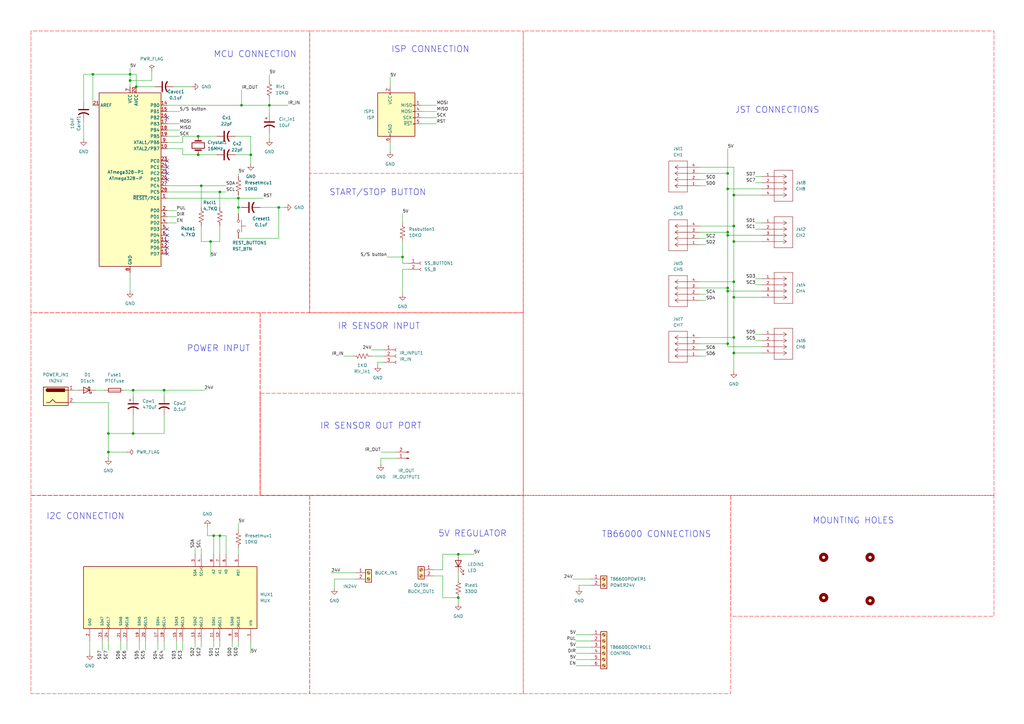
<source format=kicad_sch>
(kicad_sch (version 20250114) (generator "eeschema") (generator_version "9.0")
  (paper "A3")
  (text "JST CONNECTIONS" (at 318.77 45.212 0) (effects (font (size 2.54 2.54))))
  (text "ISP CONNECTION\n" (at 176.53 20.32 0) (effects (font (size 2.54 2.54))))
  (text "MCU CONNECTION\n" (at 104.648 22.352 0) (effects (font (size 2.54 2.54))))
  (text "5V REGULATOR\n" (at 193.802 218.948 0) (effects (font (size 2.54 2.54))))
  (text "I2C CONNECTION\n" (at 35.052 211.836 0) (effects (font (size 2.54 2.54))))
  (text "TB66000 CONNECTIONS" (at 269.24 219.202 0) (effects (font (size 2.54 2.54))))
  (text "START/STOP BUTTON\n" (at 154.94 78.994 0) (effects (font (size 2.54 2.54))))
  (text "MOUNTING HOLES\n" (at 350.012 213.614 0) (effects (font (size 2.54 2.54))))
  (text "IR SENSOR INPUT" (at 155.448 133.858 0) (effects (font (size 2.54 2.54))))
  (text "POWER INPUT\n" (at 89.662 143.002 0) (effects (font (size 2.54 2.54))))
  (text "IR SENSOR OUT PORT\n" (at 152.146 174.752 0) (effects (font (size 2.54 2.54))))
  (junction (at 298.45 118.11))
  (junction (at 187.96 227.33))
  (junction (at 54.61 177.8))
  (junction (at 44.45 177.8))
  (junction (at 44.45 185.42))
  (junction (at 298.45 71.12))
  (junction (at 53.34 33.02))
  (junction (at 97.79 81.28))
  (junction (at 298.45 119.38))
  (junction (at 86.36 99.06))
  (junction (at 102.87 63.5))
  (junction (at 187.96 245.11))
  (junction (at 81.28 63.5))
  (junction (at 90.17 219.71))
  (junction (at 300.99 121.92))
  (junction (at 300.99 92.71))
  (junction (at 87.63 219.71))
  (junction (at 300.99 99.06))
  (junction (at 298.45 95.25))
  (junction (at 90.17 78.74))
  (junction (at 110.49 43.18))
  (junction (at 298.45 140.97))
  (junction (at 55.88 35.56))
  (junction (at 165.1 105.41))
  (junction (at 300.99 138.43))
  (junction (at 99.06 43.18))
  (junction (at 54.61 160.02))
  (junction (at 300.99 80.01))
  (junction (at 67.31 160.02))
  (junction (at 82.55 76.2))
  (junction (at 38.1 30.48))
  (junction (at 298.45 96.52))
  (junction (at 300.99 115.57))
  (junction (at 53.34 30.48))
  (junction (at 114.3 85.09))
  (junction (at 81.28 55.88))
  (junction (at 97.79 85.09))
  (junction (at 298.45 77.47))
  (junction (at 300.99 144.78))
  (no_connect (at 68.58 48.26))
  (no_connect (at 68.58 68.58))
  (no_connect (at 68.58 99.06))
  (no_connect (at 68.58 71.12))
  (no_connect (at 68.58 93.98))
  (no_connect (at 68.58 66.04))
  (no_connect (at 68.58 104.14))
  (no_connect (at 68.58 96.52))
  (no_connect (at 68.58 73.66))
  (no_connect (at 68.58 101.6))
  (wire (pts (xy 68.58 76.2) (xy 82.55 76.2)))
  (wire (pts (xy 287.02 73.66) (xy 289.56 73.66)))
  (wire (pts (xy 106.68 85.09) (xy 114.3 85.09)))
  (wire (pts (xy 68.58 50.8) (xy 73.66 50.8)))
  (wire (pts (xy 165.1 87.63) (xy 165.1 91.44)))
  (wire (pts (xy 52.07 262.89) (xy 52.07 266.7)))
  (wire (pts (xy 44.45 185.42) (xy 44.45 187.96)))
  (wire (pts (xy 97.79 224.79) (xy 97.79 227.33)))
  (wire (pts (xy 312.42 119.38) (xy 298.45 119.38)))
  (wire (pts (xy 110.49 40.64) (xy 110.49 43.18)))
  (wire (pts (xy 237.49 240.03) (xy 242.57 240.03)))
  (wire (pts (xy 287.02 146.05) (xy 289.56 146.05)))
  (wire (pts (xy 287.02 95.25) (xy 298.45 95.25)))
  (wire (pts (xy 309.88 137.16) (xy 312.42 137.16)))
  (wire (pts (xy 152.4 146.05) (xy 157.48 146.05)))
  (wire (pts (xy 312.42 99.06) (xy 300.99 99.06)))
  (wire (pts (xy 300.99 68.58) (xy 300.99 80.01)))
  (wire (pts (xy 298.45 140.97) (xy 298.45 119.38)))
  (wire (pts (xy 298.45 60.96) (xy 298.45 71.12)))
  (wire (pts (xy 82.55 76.2) (xy 82.55 85.09)))
  (wire (pts (xy 97.79 71.12) (xy 97.79 72.39)))
  (wire (pts (xy 74.93 55.88) (xy 81.28 55.88)))
  (wire (pts (xy 85.09 219.71) (xy 85.09 215.9)))
  (wire (pts (xy 68.58 43.18) (xy 99.06 43.18)))
  (wire (pts (xy 38.1 30.48) (xy 53.34 30.48)))
  (wire (pts (xy 90.17 262.89) (xy 90.17 265.43)))
  (wire (pts (xy 53.34 111.76) (xy 53.34 119.38)))
  (wire (pts (xy 54.61 160.02) (xy 54.61 162.56)))
  (wire (pts (xy 236.22 267.97) (xy 242.57 267.97)))
  (wire (pts (xy 287.02 97.79) (xy 289.56 97.79)))
  (wire (pts (xy 86.36 99.06) (xy 86.36 105.41)))
  (wire (pts (xy 96.52 63.5) (xy 102.87 63.5)))
  (wire (pts (xy 87.63 227.33) (xy 87.63 219.71)))
  (wire (pts (xy 298.45 71.12) (xy 298.45 77.47)))
  (wire (pts (xy 95.25 262.89) (xy 95.25 265.43)))
  (wire (pts (xy 237.49 241.3) (xy 237.49 240.03)))
  (wire (pts (xy 49.53 262.89) (xy 49.53 266.7)))
  (wire (pts (xy 97.79 80.01) (xy 97.79 81.28)))
  (wire (pts (xy 82.55 262.89) (xy 82.55 265.43)))
  (wire (pts (xy 90.17 78.74) (xy 92.71 78.74)))
  (wire (pts (xy 300.99 144.78) (xy 300.99 152.4)))
  (wire (pts (xy 53.34 33.02) (xy 53.34 35.56)))
  (wire (pts (xy 59.69 262.89) (xy 59.69 266.7)))
  (wire (pts (xy 90.17 219.71) (xy 92.71 219.71)))
  (wire (pts (xy 36.83 262.89) (xy 36.83 267.97)))
  (wire (pts (xy 68.58 55.88) (xy 73.66 55.88)))
  (wire (pts (xy 114.3 85.09) (xy 116.84 85.09)))
  (wire (pts (xy 160.02 58.42) (xy 160.02 62.23)))
  (wire (pts (xy 67.31 160.02) (xy 83.82 160.02)))
  (wire (pts (xy 63.5 35.56) (xy 55.88 35.56)))
  (wire (pts (xy 137.16 237.49) (xy 137.16 241.3)))
  (wire (pts (xy 167.64 107.95) (xy 165.1 107.95)))
  (wire (pts (xy 187.96 234.95) (xy 187.96 237.49)))
  (wire (pts (xy 44.45 165.1) (xy 44.45 177.8)))
  (wire (pts (xy 62.23 29.21) (xy 62.23 33.02)))
  (wire (pts (xy 44.45 185.42) (xy 52.07 185.42)))
  (wire (pts (xy 50.8 160.02) (xy 54.61 160.02)))
  (wire (pts (xy 187.96 247.65) (xy 187.96 245.11)))
  (wire (pts (xy 44.45 177.8) (xy 44.45 185.42)))
  (wire (pts (xy 53.34 27.94) (xy 53.34 30.48)))
  (wire (pts (xy 236.22 262.89) (xy 242.57 262.89)))
  (wire (pts (xy 97.79 97.79) (xy 114.3 97.79)))
  (wire (pts (xy 309.88 114.3) (xy 312.42 114.3)))
  (wire (pts (xy 68.58 78.74) (xy 90.17 78.74)))
  (wire (pts (xy 187.96 227.33) (xy 194.31 227.33)))
  (wire (pts (xy 298.45 118.11) (xy 298.45 119.38)))
  (wire (pts (xy 300.99 115.57) (xy 300.99 121.92)))
  (wire (pts (xy 300.99 92.71) (xy 300.99 99.06)))
  (wire (pts (xy 68.58 81.28) (xy 97.79 81.28)))
  (wire (pts (xy 86.36 99.06) (xy 82.55 99.06)))
  (wire (pts (xy 34.29 49.53) (xy 34.29 57.15)))
  (wire (pts (xy 181.61 236.22) (xy 181.61 245.11)))
  (wire (pts (xy 30.48 160.02) (xy 31.75 160.02)))
  (wire (pts (xy 99.06 36.83) (xy 99.06 43.18)))
  (wire (pts (xy 154.94 148.59) (xy 157.48 148.59)))
  (wire (pts (xy 172.72 48.26) (xy 179.07 48.26)))
  (wire (pts (xy 156.21 185.42) (xy 162.56 185.42)))
  (wire (pts (xy 74.93 262.89) (xy 74.93 266.7)))
  (wire (pts (xy 110.49 54.61) (xy 110.49 57.15)))
  (wire (pts (xy 74.93 60.96) (xy 74.93 63.5)))
  (wire (pts (xy 172.72 43.18) (xy 179.07 43.18)))
  (wire (pts (xy 181.61 227.33) (xy 187.96 227.33)))
  (wire (pts (xy 90.17 92.71) (xy 90.17 99.06)))
  (wire (pts (xy 172.72 50.8) (xy 179.07 50.8)))
  (wire (pts (xy 71.12 35.56) (xy 78.74 35.56)))
  (wire (pts (xy 152.4 143.51) (xy 157.48 143.51)))
  (wire (pts (xy 102.87 67.31) (xy 102.87 63.5)))
  (wire (pts (xy 96.52 55.88) (xy 102.87 55.88)))
  (wire (pts (xy 309.88 74.93) (xy 312.42 74.93)))
  (wire (pts (xy 165.1 110.49) (xy 167.64 110.49)))
  (wire (pts (xy 287.02 115.57) (xy 300.99 115.57)))
  (wire (pts (xy 181.61 245.11) (xy 187.96 245.11)))
  (wire (pts (xy 146.05 237.49) (xy 137.16 237.49)))
  (wire (pts (xy 300.99 121.92) (xy 300.99 138.43)))
  (wire (pts (xy 99.06 85.09) (xy 97.79 85.09)))
  (wire (pts (xy 68.58 91.44) (xy 72.39 91.44)))
  (wire (pts (xy 74.93 58.42) (xy 74.93 55.88)))
  (wire (pts (xy 85.09 219.71) (xy 87.63 219.71)))
  (wire (pts (xy 54.61 177.8) (xy 67.31 177.8)))
  (wire (pts (xy 67.31 170.18) (xy 67.31 177.8)))
  (wire (pts (xy 82.55 224.79) (xy 82.55 227.33)))
  (wire (pts (xy 110.49 46.99) (xy 110.49 43.18)))
  (wire (pts (xy 44.45 177.8) (xy 54.61 177.8)))
  (wire (pts (xy 156.21 187.96) (xy 156.21 190.5)))
  (wire (pts (xy 54.61 170.18) (xy 54.61 177.8)))
  (wire (pts (xy 172.72 45.72) (xy 179.07 45.72)))
  (wire (pts (xy 72.39 262.89) (xy 72.39 266.7)))
  (wire (pts (xy 287.02 92.71) (xy 300.99 92.71)))
  (wire (pts (xy 81.28 55.88) (xy 88.9 55.88)))
  (wire (pts (xy 97.79 81.28) (xy 107.95 81.28)))
  (wire (pts (xy 110.49 43.18) (xy 118.11 43.18)))
  (wire (pts (xy 165.1 107.95) (xy 165.1 105.41)))
  (wire (pts (xy 309.88 116.84) (xy 312.42 116.84)))
  (wire (pts (xy 287.02 71.12) (xy 298.45 71.12)))
  (wire (pts (xy 287.02 120.65) (xy 289.56 120.65)))
  (wire (pts (xy 97.79 262.89) (xy 97.79 265.43)))
  (wire (pts (xy 99.06 43.18) (xy 110.49 43.18)))
  (wire (pts (xy 90.17 78.74) (xy 90.17 85.09)))
  (wire (pts (xy 140.97 146.05) (xy 144.78 146.05)))
  (wire (pts (xy 92.71 227.33) (xy 92.71 219.71)))
  (wire (pts (xy 287.02 118.11) (xy 298.45 118.11)))
  (wire (pts (xy 87.63 219.71) (xy 90.17 219.71)))
  (wire (pts (xy 39.37 160.02) (xy 43.18 160.02)))
  (wire (pts (xy 312.42 121.92) (xy 300.99 121.92)))
  (wire (pts (xy 64.77 262.89) (xy 64.77 266.7)))
  (wire (pts (xy 234.95 237.49) (xy 242.57 237.49)))
  (wire (pts (xy 82.55 99.06) (xy 82.55 92.71)))
  (wire (pts (xy 312.42 142.24) (xy 298.45 142.24)))
  (wire (pts (xy 102.87 55.88) (xy 102.87 63.5)))
  (wire (pts (xy 236.22 273.05) (xy 242.57 273.05)))
  (wire (pts (xy 287.02 123.19) (xy 289.56 123.19)))
  (wire (pts (xy 154.94 149.86) (xy 154.94 148.59)))
  (wire (pts (xy 67.31 262.89) (xy 67.31 266.7)))
  (wire (pts (xy 41.91 262.89) (xy 41.91 266.7)))
  (wire (pts (xy 287.02 76.2) (xy 289.56 76.2)))
  (wire (pts (xy 312.42 77.47) (xy 298.45 77.47)))
  (wire (pts (xy 55.88 30.48) (xy 55.88 35.56)))
  (wire (pts (xy 135.89 234.95) (xy 146.05 234.95)))
  (wire (pts (xy 312.42 96.52) (xy 298.45 96.52)))
  (wire (pts (xy 68.58 88.9) (xy 72.39 88.9)))
  (wire (pts (xy 68.58 53.34) (xy 73.66 53.34)))
  (wire (pts (xy 102.87 262.89) (xy 102.87 267.97)))
  (wire (pts (xy 55.88 30.48) (xy 53.34 30.48)))
  (wire (pts (xy 287.02 138.43) (xy 300.99 138.43)))
  (wire (pts (xy 67.31 160.02) (xy 54.61 160.02)))
  (wire (pts (xy 97.79 214.63) (xy 97.79 217.17)))
  (wire (pts (xy 114.3 97.79) (xy 114.3 85.09)))
  (wire (pts (xy 74.93 63.5) (xy 81.28 63.5)))
  (wire (pts (xy 312.42 80.01) (xy 300.99 80.01)))
  (wire (pts (xy 81.28 63.5) (xy 88.9 63.5)))
  (wire (pts (xy 68.58 86.36) (xy 72.39 86.36)))
  (wire (pts (xy 165.1 110.49) (xy 165.1 120.65)))
  (wire (pts (xy 90.17 227.33) (xy 90.17 219.71)))
  (wire (pts (xy 287.02 143.51) (xy 289.56 143.51)))
  (wire (pts (xy 287.02 100.33) (xy 289.56 100.33)))
  (wire (pts (xy 44.45 262.89) (xy 44.45 266.7)))
  (wire (pts (xy 181.61 233.68) (xy 181.61 227.33)))
  (wire (pts (xy 160.02 31.75) (xy 160.02 35.56)))
  (wire (pts (xy 309.88 91.44) (xy 312.42 91.44)))
  (wire (pts (xy 165.1 99.06) (xy 165.1 105.41)))
  (wire (pts (xy 300.99 138.43) (xy 300.99 144.78)))
  (wire (pts (xy 87.63 262.89) (xy 87.63 265.43)))
  (wire (pts (xy 287.02 68.58) (xy 300.99 68.58)))
  (wire (pts (xy 62.23 33.02) (xy 53.34 33.02)))
  (wire (pts (xy 309.88 72.39) (xy 312.42 72.39)))
  (wire (pts (xy 287.02 140.97) (xy 298.45 140.97)))
  (wire (pts (xy 298.45 95.25) (xy 298.45 96.52)))
  (wire (pts (xy 177.8 233.68) (xy 181.61 233.68)))
  (wire (pts (xy 298.45 142.24) (xy 298.45 140.97)))
  (wire (pts (xy 97.79 85.09) (xy 97.79 81.28)))
  (wire (pts (xy 67.31 162.56) (xy 67.31 160.02)))
  (wire (pts (xy 300.99 99.06) (xy 300.99 115.57)))
  (wire (pts (xy 110.49 30.48) (xy 110.49 33.02)))
  (wire (pts (xy 68.58 45.72) (xy 73.66 45.72)))
  (wire (pts (xy 309.88 93.98) (xy 312.42 93.98)))
  (wire (pts (xy 80.01 224.79) (xy 80.01 227.33)))
  (wire (pts (xy 236.22 265.43) (xy 242.57 265.43)))
  (wire (pts (xy 34.29 30.48) (xy 38.1 30.48)))
  (wire (pts (xy 68.58 58.42) (xy 74.93 58.42)))
  (wire (pts (xy 162.56 187.96) (xy 156.21 187.96)))
  (wire (pts (xy 57.15 262.89) (xy 57.15 266.7)))
  (wire (pts (xy 34.29 41.91) (xy 34.29 30.48)))
  (wire (pts (xy 177.8 236.22) (xy 181.61 236.22)))
  (wire (pts (xy 53.34 30.48) (xy 53.34 33.02)))
  (wire (pts (xy 158.75 105.41) (xy 165.1 105.41)))
  (wire (pts (xy 90.17 99.06) (xy 86.36 99.06)))
  (wire (pts (xy 38.1 43.18) (xy 38.1 30.48)))
  (wire (pts (xy 68.58 60.96) (xy 74.93 60.96)))
  (wire (pts (xy 236.22 260.35) (xy 242.57 260.35)))
  (wire (pts (xy 30.48 165.1) (xy 44.45 165.1)))
  (wire (pts (xy 80.01 262.89) (xy 80.01 265.43)))
  (wire (pts (xy 298.45 96.52) (xy 298.45 118.11)))
  (wire (pts (xy 309.88 139.7) (xy 312.42 139.7)))
  (wire (pts (xy 300.99 80.01) (xy 300.99 92.71)))
  (wire (pts (xy 312.42 144.78) (xy 300.99 144.78)))
  (wire (pts (xy 298.45 77.47) (xy 298.45 95.25)))
  (wire (pts (xy 97.79 85.09) (xy 97.79 87.63)))
  (wire (pts (xy 236.22 270.51) (xy 242.57 270.51)))
  (wire (pts (xy 82.55 76.2) (xy 92.71 76.2)))
  (label "DIR" (at 72.39 88.9 0))
  (label "5V" (at 97.79 214.63 0))
  (label "SC6" (at 52.07 266.7 270))
  (label "5V" (at 298.45 60.96 0))
  (label "SD1" (at 87.63 265.43 270))
  (label "5V" (at 236.22 265.43 180))
  (label "SCK" (at 73.66 55.88 0))
  (label "RST" (at 107.95 81.28 0))
  (label "SD2" (at 80.01 265.43 270))
  (label "SC2" (at 82.55 265.43 270))
  (label "SD2" (at 289.56 100.33 0))
  (label "24V" (at 234.95 237.49 180))
  (label "SCK" (at 179.07 48.26 0))
  (label "5V" (at 160.02 31.75 0))
  (label "SCL" (at 92.71 78.74 0))
  (label "SC0" (at 97.79 265.43 270))
  (label "SD5" (at 309.88 137.16 180))
  (label "SD4" (at 289.56 123.19 0))
  (label "SCL" (at 82.55 224.79 90))
  (label "PUL" (at 236.22 262.89 180))
  (label "IR_IN" (at 118.11 43.18 0))
  (label "SD6" (at 49.53 266.7 270))
  (label "SD4" (at 64.77 266.7 270))
  (label "DIR" (at 236.22 267.97 180))
  (label "5V" (at 102.87 267.97 0))
  (label "5V" (at 53.34 27.94 0))
  (label "SDA" (at 80.01 224.79 90))
  (label "SD0" (at 95.25 265.43 270))
  (label "SC3" (at 309.88 116.84 180))
  (label "SC6" (at 289.56 143.51 0))
  (label "SC7" (at 309.88 74.93 180))
  (label "SC1" (at 309.88 93.98 180))
  (label "5V" (at 97.79 71.12 0))
  (label "MOSI" (at 179.07 43.18 0))
  (label "24V" (at 83.82 160.02 0))
  (label "SC1" (at 90.17 265.43 270))
  (label "MISO" (at 179.07 45.72 0))
  (label "SDA" (at 92.71 76.2 0))
  (label "SD6" (at 289.56 146.05 0))
  (label "SD3" (at 72.39 266.7 270))
  (label "24V" (at 152.4 143.51 180))
  (label "SD0" (at 289.56 76.2 0))
  (label "5V" (at 194.31 227.33 0))
  (label "5V" (at 86.36 105.41 0))
  (label "5V" (at 110.49 30.48 0))
  (label "EN" (at 72.39 91.44 0))
  (label "SC4" (at 289.56 120.65 0))
  (label "S{slash}S button" (at 158.75 105.41 180))
  (label "SD7" (at 309.88 72.39 180))
  (label "IR_IN" (at 140.97 146.05 180))
  (label "SD3" (at 309.88 114.3 180))
  (label "5V" (at 236.22 270.51 180))
  (label "5V" (at 236.22 260.35 180))
  (label "IR_OUT" (at 99.06 36.83 0))
  (label "RST" (at 179.07 50.8 0))
  (label "SC4" (at 67.31 266.7 270))
  (label "MISO" (at 73.66 53.34 0))
  (label "SC2" (at 289.56 97.79 0))
  (label "SC5" (at 309.88 139.7 180))
  (label "5V" (at 165.1 87.63 0))
  (label "MOSI" (at 73.66 50.8 0))
  (label "IR_OUT" (at 156.21 185.42 180))
  (label "EN" (at 236.22 273.05 180))
  (label "SC7" (at 44.45 266.7 270))
  (label "S{slash}S button" (at 73.66 45.72 0))
  (label "SD1" (at 309.88 91.44 180))
  (label "SD7" (at 41.91 266.7 270))
  (label "SC0" (at 289.56 73.66 0))
  (label "24V" (at 135.89 234.95 0))
  (label "SC5" (at 59.69 266.7 270))
  (label "PUL" (at 72.39 86.36 0))
  (label "SC3" (at 74.93 266.7 270))
  (label "SD5" (at 57.15 266.7 270))
  (rule_area (polyline (pts (xy 127 203.2) (xy 214.63 203.2) (xy 214.63 284.48) (xy 127 284.48)) (stroke (width 0) (type dash))))
  (rule_area (polyline (pts (xy 214.63 284.48) (xy 299.72 284.48) (xy 299.72 203.2) (xy 214.63 203.2)) (stroke (width 0) (type dash))))
  (rule_area (polyline (pts (xy 214.63 128.27) (xy 127 128.27) (xy 127 71.12) (xy 214.63 71.12)) (stroke (width 0) (type dash))))
  (rule_area (polyline (pts (xy 299.72 203.2) (xy 299.72 252.73) (xy 407.67 252.73) (xy 407.67 203.2)) (stroke (width 0) (type dash))))
  (rule_area (polyline (pts (xy 106.68 203.2) (xy 214.63 203.2) (xy 214.63 161.29) (xy 106.68 161.29)) (stroke (width 0) (type dash))))
  (rule_area (polyline (pts (xy 407.67 203.2) (xy 214.63 203.2) (xy 214.63 12.7) (xy 215.265 12.7) (xy 407.67 12.7)) (stroke (width 0) (type dash))))
  (rule_area (polyline (pts (xy 214.63 128.27) (xy 127 128.27) (xy 127 12.7) (xy 214.63 12.7)) (stroke (width 0) (type dash))))
  (rule_area (polyline (pts (xy 106.68 128.27) (xy 12.7 128.27) (xy 12.7 203.2) (xy 106.68 203.2)) (stroke (width 0) (type dash))))
  (rule_area (polyline (pts (xy 12.7 203.2) (xy 127 203.2) (xy 127 284.48) (xy 12.7 284.48)) (stroke (width 0) (type dash))))
  (rule_area (polyline (pts (xy 106.68 128.27) (xy 106.68 203.2) (xy 214.63 203.2) (xy 214.63 128.27)) (stroke (width 0) (type dash))))
  (rule_area (polyline (pts (xy 12.7 12.7) (xy 12.7 128.27) (xy 127 128.27) (xy 127 12.7)) (stroke (width 0) (type dash))))
  (symbol (lib_id "Connector:Conn_01x03_Socket") (at 162.56 146.05 0) (unit 1)
    (property "Reference" "IR_INPUT1" (at 163.83 144.7799 0) (effects (justify left)))
    (property "Value" "IR_IN" (at 163.83 147.3199 0) (effects (justify left)))
    (property "Footprint" "Connector_JST:JST_EH_B3B-EH-A_1x03_P2.50mm_Vertical" (effects (hide yes)))
    (property "Description" "Generic connector, single row, 01x03, script generated" (effects (hide yes)))
  )
  (symbol (lib_id "Diode:SS14") (at 35.56 160.02 180) (unit 1)
    (property "Reference" "D1" (at 35.8775 153.67 0))
    (property "Value" "D1sch" (at 35.8775 156.21 0))
    (property "Footprint" "Diode_THT:D_A-405_P12.70mm_Horizontal" (effects (hide yes)))
    (property "Datasheet" "https://www.vishay.com/docs/88746/ss12.pdf" (effects (hide yes)))
    (property "Description" "40V 1A Schottky Diode, SMA" (effects (hide yes)))
    (property "Sim.Library" ".\\" (effects (hide yes)))
  )
  (symbol (lib_id "Device:Fuse") (at 46.99 160.02 90) (unit 1)
    (property "Reference" "Fuse1" (at 46.99 153.67 90))
    (property "Value" "PTCFuse" (at 46.99 156.21 90))
    (property "Footprint" "Fuse:Fuse_Bourns_MF-RG400" (effects (hide yes)))
    (property "Description" "Fuse" (effects (hide yes)))
  )
  (symbol (lib_id "Device:R_US") (at 90.17 88.9 0) (unit 1)
    (property "Reference" "Rscl1" (at 83.312 83.058 0) (effects (justify left)))
    (property "Value" "4.7KΩ" (at 83.312 85.598 0) (effects (justify left)))
    (property "Footprint" "Resistor_THT:R_Axial_DIN0309_L9.0mm_D3.2mm_P12.70mm_Horizontal" (effects (hide yes)))
    (property "Description" "Resistor, US symbol" (effects (hide yes)))
  )
  (symbol (lib_id "TCA954A_Multiplexer:2717") (at 69.85 245.11 270) (unit 1)
    (property "Reference" "MUX1" (at 106.68 243.8399 90) (effects (justify left)))
    (property "Value" "MUX" (at 106.68 246.3799 90) (effects (justify left)))
    (property "Footprint" "TCA954A_Multiplexer:TCA954A_Multiplexer" (effects (hide yes)))
    (property "MF" "Adafruit" (effects (hide yes)))
    (property "MAXIMUM_PACKAGE_HEIGHT" "2.7mm" (effects (hide yes)))
    (property "Package" "None" (effects (hide yes)))
    (property "Price" "None" (effects (hide yes)))
    (property "Check_prices" "https://www.snapeda.com/parts/2717/Adafruit+Industries/view-part/?ref=eda" (effects (hide yes)))
    (property "STANDARD" "Manufacturer Recommendations" (effects (hide yes)))
    (property "PARTREV" "Sep 11, 2015" (effects (hide yes)))
    (property "SnapEDA_Link" "https://www.snapeda.com/parts/2717/Adafruit+Industries/view-part/?ref=snap" (effects (hide yes)))
    (property "MP" "2717" (effects (hide yes)))
    (property "Description_1" "Module: multiplexer; I2C interface multiplexer; TCA9548A; 3÷5VDC" (effects (hide yes)))
    (property "MANUFACTURER" "Adafruit" (effects (hide yes)))
    (property "Availability" "In Stock" (effects (hide yes)))
    (property "SNAPEDA_PN" "2717" (effects (hide yes)))
  )
  (symbol (lib_id "power:GND") (at 160.02 62.23 0) (unit 1)
    (property "Reference" "#PWR08" (effects (hide yes)))
    (property "Value" "GND" (at 160.02 67.31 0))
    (property "Description" "Power symbol creates a global label with name \"GND\" , ground" (effects (hide yes)))
  )
  (symbol (lib_id "Device:C_US") (at 67.31 35.56 90) (unit 1)
    (property "Reference" "Cavcc1" (at 72.136 37.592 90))
    (property "Value" "0.1uF" (at 72.136 40.132 90))
    (property "Footprint" "Capacitor_THT:CP_Axial_L10.0mm_D4.5mm_P15.00mm_Horizontal" (effects (hide yes)))
    (property "Description" "capacitor, US symbol" (effects (hide yes)))
  )
  (symbol (lib_id "Device:R_US") (at 110.49 36.83 0) (unit 1)
    (property "Reference" "Rir1" (at 113.03 35.5599 0) (effects (justify left)))
    (property "Value" "10KΩ" (at 113.03 38.0999 0) (effects (justify left)))
    (property "Footprint" "Resistor_THT:R_Axial_DIN0309_L9.0mm_D3.2mm_P12.70mm_Horizontal" (effects (hide yes)))
    (property "Description" "Resistor, US symbol" (effects (hide yes)))
  )
  (symbol (lib_id "Device:R_US") (at 148.59 146.05 90) (mirror x) (unit 1)
    (property "Reference" "Rir_in1" (at 148.59 152.4 90))
    (property "Value" "1KΩ" (at 148.59 149.86 90))
    (property "Footprint" "Resistor_THT:R_Axial_DIN0309_L9.0mm_D3.2mm_P12.70mm_Horizontal" (effects (hide yes)))
    (property "Description" "Resistor, US symbol" (effects (hide yes)))
  )
  (symbol (lib_id "Mechanical:MountingHole") (at 356.87 246.38 0) (unit 1) (in_bom no)
    (property "Reference" "H4" (effects (hide yes)))
    (property "Value" "MountingHole" (effects (hide yes)))
    (property "Footprint" "MountingHole:MountingHole_2.7mm_Pad" (effects (hide yes)))
    (property "Description" "Mounting Hole without connection" (effects (hide yes)))
  )
  (symbol (lib_id "power:GND") (at 78.74 35.56 90) (unit 1)
    (property "Reference" "#PWR06" (effects (hide yes)))
    (property "Value" "GND" (at 82.55 35.5599 90) (effects (justify right)))
    (property "Description" "Power symbol creates a global label with name \"GND\" , ground" (effects (hide yes)))
  )
  (symbol (lib_id "Mechanical:MountingHole") (at 337.82 245.11 0) (unit 1) (in_bom no)
    (property "Reference" "H3" (effects (hide yes)))
    (property "Value" "MountingHole" (effects (hide yes)))
    (property "Footprint" "MountingHole:MountingHole_2.7mm_Pad" (effects (hide yes)))
    (property "Description" "Mounting Hole without connection" (effects (hide yes)))
  )
  (symbol (lib_id "Device:R_US") (at 187.96 241.3 0) (unit 1)
    (property "Reference" "Rled1" (at 190.5 240.0299 0) (effects (justify left)))
    (property "Value" "330Ω" (at 190.5 242.5699 0) (effects (justify left)))
    (property "Footprint" "Resistor_THT:R_Axial_DIN0309_L9.0mm_D3.2mm_P12.70mm_Horizontal" (effects (hide yes)))
    (property "Description" "Resistor, US symbol" (effects (hide yes)))
  )
  (symbol (lib_id "Mechanical:MountingHole") (at 356.87 228.6 0) (unit 1) (in_bom no)
    (property "Reference" "H2" (effects (hide yes)))
    (property "Value" "MountingHole" (effects (hide yes)))
    (property "Footprint" "MountingHole:MountingHole_2.7mm_Pad" (effects (hide yes)))
    (property "Description" "Mounting Hole without connection" (effects (hide yes)))
  )
  (symbol (lib_id "power:GND") (at 300.99 152.4 0) (unit 1)
    (property "Reference" "#PWR014" (effects (hide yes)))
    (property "Value" "GND" (at 300.99 157.48 0))
    (property "Description" "Power symbol creates a global label with name \"GND\" , ground" (effects (hide yes)))
  )
  (symbol (lib_id "power:GND") (at 110.49 57.15 0) (unit 1)
    (property "Reference" "#PWR013" (effects (hide yes)))
    (property "Value" "GND" (at 110.49 62.23 0))
    (property "Description" "Power symbol creates a global label with name \"GND\" , ground" (effects (hide yes)))
  )
  (symbol (lib_id "Device:C_US") (at 102.87 85.09 90) (unit 1)
    (property "Reference" "Creset1" (at 107.188 89.662 90))
    (property "Value" "0.1uF" (at 107.188 92.202 90))
    (property "Footprint" "Capacitor_THT:CP_Axial_L10.0mm_D4.5mm_P15.00mm_Horizontal" (effects (hide yes)))
    (property "Description" "capacitor, US symbol" (effects (hide yes)))
  )
  (symbol (lib_id "Connector:Screw_Terminal_01x02") (at 151.13 234.95 0) (unit 1)
    (property "Reference" "BUCK_IN1" (at 153.67 234.9499 0) (effects (justify left)))
    (property "Value" "IN24V" (at 140.716 240.538 0) (effects (justify left)))
    (property "Footprint" "TerminalBlock_Phoenix:TerminalBlock_Phoenix_MKDS-1,5-2_1x02_P5.00mm_Horizontal" (effects (hide yes)))
    (property "Description" "Generic screw terminal, single row, 01x02, script generated (kicad-library-utils/schlib/autogen/connector/)" (effects (hide yes)))
  )
  (symbol (lib_id "4_Pin_JST:SM04B-SRSS-TB") (at 312.42 91.44 0) (unit 1)
    (property "Reference" "Jst2" (at 326.39 93.9799 0) (effects (justify left)))
    (property "Value" "CH2" (at 326.39 96.5199 0) (effects (justify left)))
    (property "Footprint" "Connector_JST:JST_PH_B4B-PH-K_1x04_P2.00mm_Vertical" (effects (hide yes)))
    (property "MF" "JST Sales America Inc." (effects (hide yes)))
    (property "Description_1" "Conn Shrouded Header (4 Sides) HDR 4 POS 1mm Solder RA Side Entry SMD T/R" (effects (hide yes)))
    (property "COPYRIGHT" "Copyright (C) 2024 Ultra Librarian. All rights reserved." (effects (hide yes)))
    (property "Package" "None" (effects (hide yes)))
    (property "Price" "None" (effects (hide yes)))
    (property "Check_prices" "https://www.snapeda.com/parts/SM04B-SRSS-TB/JST/view-part/?ref=eda" (effects (hide yes)))
    (property "Availability" "In Stock" (effects (hide yes)))
    (property "SnapEDA_Link" "https://www.snapeda.com/parts/SM04B-SRSS-TB/JST/view-part/?ref=snap" (effects (hide yes)))
    (property "MP" "SM04B-SRSS-TB" (effects (hide yes)))
    (property "MFR_NAME" "JST" (effects (hide yes)))
    (property "MANUFACTURER_PART_NUMBER" "SM04B-SRSS-TB" (effects (hide yes)))
  )
  (symbol (lib_id "Device:C_US") (at 34.29 45.72 0) (unit 1)
    (property "Reference" "Caref1" (at 32.258 50.546 90))
    (property "Value" "10nF" (at 29.718 50.546 90))
    (property "Footprint" "Capacitor_THT:CP_Axial_L10.0mm_D4.5mm_P15.00mm_Horizontal" (effects (hide yes)))
    (property "Description" "capacitor, US symbol" (effects (hide yes)))
  )
  (symbol (lib_id "Device:R_US") (at 97.79 76.2 0) (unit 1)
    (property "Reference" "Rresetmcu1" (at 100.33 74.9299 0) (effects (justify left)))
    (property "Value" "10KΩ" (at 100.33 77.4699 0) (effects (justify left)))
    (property "Footprint" "Resistor_THT:R_Axial_DIN0309_L9.0mm_D3.2mm_P12.70mm_Horizontal" (effects (hide yes)))
    (property "Description" "Resistor, US symbol" (effects (hide yes)))
  )
  (symbol (lib_id "power:GND") (at 187.96 247.65 0) (unit 1)
    (property "Reference" "#PWR012" (effects (hide yes)))
    (property "Value" "GND" (at 187.96 252.73 0))
    (property "Description" "Power symbol creates a global label with name \"GND\" , ground" (effects (hide yes)))
  )
  (symbol (lib_id "Connector:Screw_Terminal_01x06") (at 247.65 265.43 0) (unit 1)
    (property "Reference" "TB6600CONTROL1" (at 250.19 265.4299 0) (effects (justify left)))
    (property "Value" "CONTROL" (at 250.19 267.9699 0) (effects (justify left)))
    (property "Footprint" "TerminalBlock_Phoenix:TerminalBlock_Phoenix_MKDS-1,5-6_1x06_P5.00mm_Horizontal" (effects (hide yes)))
    (property "Description" "Generic screw terminal, single row, 01x06, script generated (kicad-library-utils/schlib/autogen/connector/)" (effects (hide yes)))
  )
  (symbol (lib_id "Connector:Conn_01x02_Pin") (at 167.64 187.96 180) (unit 1)
    (property "Reference" "IR_OUTPUT1" (at 166.624 195.58 0))
    (property "Value" "IR_OUT" (at 166.624 193.04 0))
    (property "Footprint" "Connector_JST:JST_EH_B2B-EH-A_1x02_P2.50mm_Vertical" (effects (hide yes)))
    (property "Description" "Generic connector, single row, 01x02, script generated" (effects (hide yes)))
  )
  (symbol (lib_id "Device:C_US") (at 92.71 55.88 90) (unit 1)
    (property "Reference" "Cx1" (at 92.964 48.26 90))
    (property "Value" "22pF" (at 92.964 50.8 90))
    (property "Footprint" "Capacitor_THT:CP_Axial_L10.0mm_D4.5mm_P15.00mm_Horizontal" (effects (hide yes)))
    (property "Description" "capacitor, US symbol" (effects (hide yes)))
  )
  (symbol (lib_id "Device:R_US") (at 97.79 220.98 0) (mirror y) (unit 1)
    (property "Reference" "Rresetmux1" (at 100.33 219.7099 0) (effects (justify right)))
    (property "Value" "10KΩ" (at 100.33 222.2499 0) (effects (justify right)))
    (property "Footprint" "Resistor_THT:R_Axial_DIN0309_L9.0mm_D3.2mm_P12.70mm_Horizontal" (effects (hide yes)))
    (property "Description" "Resistor, US symbol" (effects (hide yes)))
  )
  (symbol (lib_id "4_Pin_JST:SM04B-SRSS-TB") (at 312.42 72.39 0) (unit 1)
    (property "Reference" "Jst8" (at 326.39 74.9299 0) (effects (justify left)))
    (property "Value" "CH8" (at 326.39 77.4699 0) (effects (justify left)))
    (property "Footprint" "Connector_JST:JST_PH_B4B-PH-K_1x04_P2.00mm_Vertical" (effects (hide yes)))
    (property "MF" "JST Sales America Inc." (effects (hide yes)))
    (property "Description_1" "Conn Shrouded Header (4 Sides) HDR 4 POS 1mm Solder RA Side Entry SMD T/R" (effects (hide yes)))
    (property "COPYRIGHT" "Copyright (C) 2024 Ultra Librarian. All rights reserved." (effects (hide yes)))
    (property "Package" "None" (effects (hide yes)))
    (property "Price" "None" (effects (hide yes)))
    (property "Check_prices" "https://www.snapeda.com/parts/SM04B-SRSS-TB/JST/view-part/?ref=eda" (effects (hide yes)))
    (property "Availability" "In Stock" (effects (hide yes)))
    (property "SnapEDA_Link" "https://www.snapeda.com/parts/SM04B-SRSS-TB/JST/view-part/?ref=snap" (effects (hide yes)))
    (property "MP" "SM04B-SRSS-TB" (effects (hide yes)))
    (property "MFR_NAME" "JST" (effects (hide yes)))
    (property "MANUFACTURER_PART_NUMBER" "SM04B-SRSS-TB" (effects (hide yes)))
  )
  (symbol (lib_id "power:PWR_FLAG") (at 62.23 29.21 0) (unit 1)
    (property "Reference" "#FLG02" (effects (hide yes)))
    (property "Value" "PWR_FLAG" (at 62.23 24.13 0))
    (property "Description" "Special symbol for telling ERC where power comes from" (effects (hide yes)))
  )
  (symbol (lib_id "Connector:Barrel_Jack") (at 22.86 162.56 0) (unit 1)
    (property "Reference" "POWER_IN1" (at 22.86 153.67 0))
    (property "Value" "IN24V" (at 22.86 156.21 0))
    (property "Footprint" "TerminalBlock_Phoenix:TerminalBlock_Phoenix_MKDS-1,5-2_1x02_P5.00mm_Horizontal" (effects (hide yes)))
    (property "Description" "DC Barrel Jack" (effects (hide yes)))
  )
  (symbol (lib_id "4_Pin_JST:SM04B-SRSS-TB") (at 287.02 76.2 180) (unit 1)
    (property "Reference" "Jst1" (at 278.13 60.96 0))
    (property "Value" "CH1" (at 278.13 63.5 0))
    (property "Footprint" "Connector_JST:JST_PH_B4B-PH-K_1x04_P2.00mm_Vertical" (effects (hide yes)))
    (property "MF" "JST Sales America Inc." (effects (hide yes)))
    (property "Description_1" "Conn Shrouded Header (4 Sides) HDR 4 POS 1mm Solder RA Side Entry SMD T/R" (effects (hide yes)))
    (property "COPYRIGHT" "Copyright (C) 2024 Ultra Librarian. All rights reserved." (effects (hide yes)))
    (property "Package" "None" (effects (hide yes)))
    (property "Price" "None" (effects (hide yes)))
    (property "Check_prices" "https://www.snapeda.com/parts/SM04B-SRSS-TB/JST/view-part/?ref=eda" (effects (hide yes)))
    (property "Availability" "In Stock" (effects (hide yes)))
    (property "SnapEDA_Link" "https://www.snapeda.com/parts/SM04B-SRSS-TB/JST/view-part/?ref=snap" (effects (hide yes)))
    (property "MP" "SM04B-SRSS-TB" (effects (hide yes)))
    (property "MFR_NAME" "JST" (effects (hide yes)))
    (property "MANUFACTURER_PART_NUMBER" "SM04B-SRSS-TB" (effects (hide yes)))
  )
  (symbol (lib_id "Device:R_US") (at 82.55 88.9 0) (unit 1)
    (property "Reference" "Rsda1" (at 74.168 93.726 0) (effects (justify left)))
    (property "Value" "4.7KΩ" (at 74.168 96.266 0) (effects (justify left)))
    (property "Footprint" "Resistor_THT:R_Axial_DIN0309_L9.0mm_D3.2mm_P12.70mm_Horizontal" (effects (hide yes)))
    (property "Description" "Resistor, US symbol" (effects (hide yes)))
  )
  (symbol (lib_id "power:GND") (at 116.84 85.09 90) (unit 1)
    (property "Reference" "#PWR03" (effects (hide yes)))
    (property "Value" "GND" (at 120.65 85.0899 90) (effects (justify right)))
    (property "Description" "Power symbol creates a global label with name \"GND\" , ground" (effects (hide yes)))
  )
  (symbol (lib_id "Connector:Conn_01x02_Socket") (at 172.72 107.95 0) (unit 1)
    (property "Reference" "SS_BUTTON1" (at 173.99 107.9499 0) (effects (justify left)))
    (property "Value" "SS_B" (at 173.99 110.4899 0) (effects (justify left)))
    (property "Footprint" "Connector_JST:JST_EH_B2B-EH-A_1x02_P2.50mm_Vertical" (effects (hide yes)))
    (property "Description" "Generic connector, single row, 01x02, script generated" (effects (hide yes)))
  )
  (symbol (lib_id "power:GND") (at 85.09 215.9 180) (unit 1)
    (property "Reference" "#PWR016" (effects (hide yes)))
    (property "Value" "GND" (at 85.09 210.82 0))
    (property "Description" "Power symbol creates a global label with name \"GND\" , ground" (effects (hide yes)))
  )
  (symbol (lib_id "power:GND") (at 165.1 120.65 0) (unit 1)
    (property "Reference" "#PWR05" (effects (hide yes)))
    (property "Value" "GND" (at 165.1 125.73 0))
    (property "Description" "Power symbol creates a global label with name \"GND\" , ground" (effects (hide yes)))
  )
  (symbol (lib_id "Mechanical:MountingHole") (at 337.82 228.6 0) (unit 1) (in_bom no)
    (property "Reference" "H1" (effects (hide yes)))
    (property "Value" "MountingHole" (effects (hide yes)))
    (property "Footprint" "MountingHole:MountingHole_2.7mm_Pad" (effects (hide yes)))
    (property "Description" "Mounting Hole without connection" (effects (hide yes)))
  )
  (symbol (lib_id "4_Pin_JST:SM04B-SRSS-TB") (at 312.42 114.3 0) (unit 1)
    (property "Reference" "Jst4" (at 326.39 116.8399 0) (effects (justify left)))
    (property "Value" "CH4" (at 326.39 119.3799 0) (effects (justify left)))
    (property "Footprint" "Connector_JST:JST_PH_B4B-PH-K_1x04_P2.00mm_Vertical" (effects (hide yes)))
    (property "MF" "JST Sales America Inc." (effects (hide yes)))
    (property "Description_1" "Conn Shrouded Header (4 Sides) HDR 4 POS 1mm Solder RA Side Entry SMD T/R" (effects (hide yes)))
    (property "COPYRIGHT" "Copyright (C) 2024 Ultra Librarian. All rights reserved." (effects (hide yes)))
    (property "Package" "None" (effects (hide yes)))
    (property "Price" "None" (effects (hide yes)))
    (property "Check_prices" "https://www.snapeda.com/parts/SM04B-SRSS-TB/JST/view-part/?ref=eda" (effects (hide yes)))
    (property "Availability" "In Stock" (effects (hide yes)))
    (property "SnapEDA_Link" "https://www.snapeda.com/parts/SM04B-SRSS-TB/JST/view-part/?ref=snap" (effects (hide yes)))
    (property "MP" "SM04B-SRSS-TB" (effects (hide yes)))
    (property "MFR_NAME" "JST" (effects (hide yes)))
    (property "MANUFACTURER_PART_NUMBER" "SM04B-SRSS-TB" (effects (hide yes)))
  )
  (symbol (lib_id "Connector:Screw_Terminal_01x02") (at 247.65 237.49 0) (unit 1)
    (property "Reference" "TB6600POWER1" (at 250.19 237.4899 0) (effects (justify left)))
    (property "Value" "POWER24V" (at 250.19 240.0299 0) (effects (justify left)))
    (property "Footprint" "TerminalBlock_Phoenix:TerminalBlock_Phoenix_MKDS-1,5-2_1x02_P5.00mm_Horizontal" (effects (hide yes)))
    (property "Description" "Generic screw terminal, single row, 01x02, script generated (kicad-library-utils/schlib/autogen/connector/)" (effects (hide yes)))
  )
  (symbol (lib_id "4_Pin_JST:SM04B-SRSS-TB") (at 287.02 146.05 180) (unit 1)
    (property "Reference" "Jst7" (at 278.13 130.81 0))
    (property "Value" "CH7" (at 278.13 133.35 0))
    (property "Footprint" "Connector_JST:JST_PH_B4B-PH-K_1x04_P2.00mm_Vertical" (effects (hide yes)))
    (property "MF" "JST Sales America Inc." (effects (hide yes)))
    (property "Description_1" "Conn Shrouded Header (4 Sides) HDR 4 POS 1mm Solder RA Side Entry SMD T/R" (effects (hide yes)))
    (property "COPYRIGHT" "Copyright (C) 2024 Ultra Librarian. All rights reserved." (effects (hide yes)))
    (property "Package" "None" (effects (hide yes)))
    (property "Price" "None" (effects (hide yes)))
    (property "Check_prices" "https://www.snapeda.com/parts/SM04B-SRSS-TB/JST/view-part/?ref=eda" (effects (hide yes)))
    (property "Availability" "In Stock" (effects (hide yes)))
    (property "SnapEDA_Link" "https://www.snapeda.com/parts/SM04B-SRSS-TB/JST/view-part/?ref=snap" (effects (hide yes)))
    (property "MP" "SM04B-SRSS-TB" (effects (hide yes)))
    (property "MFR_NAME" "JST" (effects (hide yes)))
    (property "MANUFACTURER_PART_NUMBER" "SM04B-SRSS-TB" (effects (hide yes)))
  )
  (symbol (lib_id "power:GND") (at 137.16 241.3 0) (unit 1)
    (property "Reference" "#PWR02" (effects (hide yes)))
    (property "Value" "GND" (at 137.16 246.38 0))
    (property "Description" "Power symbol creates a global label with name \"GND\" , ground" (effects (hide yes)))
  )
  (symbol (lib_id "Device:C_Polarized_US") (at 54.61 166.37 0) (unit 1)
    (property "Reference" "Cpw1" (at 58.42 164.4649 0) (effects (justify left)))
    (property "Value" "470uF" (at 58.42 167.0049 0) (effects (justify left)))
    (property "Footprint" "Capacitor_THT:CP_Axial_L10.0mm_D4.5mm_P15.00mm_Horizontal" (effects (hide yes)))
    (property "Description" "Polarized capacitor, US symbol" (effects (hide yes)))
  )
  (symbol (lib_id "Device:C_Polarized_US") (at 110.49 50.8 0) (unit 1)
    (property "Reference" "Cir_in1" (at 114.3 48.8949 0) (effects (justify left)))
    (property "Value" "10uF" (at 114.3 51.4349 0) (effects (justify left)))
    (property "Footprint" "Capacitor_THT:CP_Axial_L10.0mm_D4.5mm_P15.00mm_Horizontal" (effects (hide yes)))
    (property "Description" "Polarized capacitor, US symbol" (effects (hide yes)))
  )
  (symbol (lib_id "power:GND") (at 44.45 187.96 0) (unit 1)
    (property "Reference" "#PWR0103" (effects (hide yes)))
    (property "Value" "GND" (at 44.45 193.04 0))
    (property "Description" "Power symbol creates a global label with name \"GND\" , ground" (effects (hide yes)))
  )
  (symbol (lib_id "4_Pin_JST:SM04B-SRSS-TB") (at 287.02 123.19 180) (unit 1)
    (property "Reference" "Jst5" (at 278.13 107.95 0))
    (property "Value" "CH5" (at 278.13 110.49 0))
    (property "Footprint" "Connector_JST:JST_PH_B4B-PH-K_1x04_P2.00mm_Vertical" (effects (hide yes)))
    (property "MF" "JST Sales America Inc." (effects (hide yes)))
    (property "Description_1" "Conn Shrouded Header (4 Sides) HDR 4 POS 1mm Solder RA Side Entry SMD T/R" (effects (hide yes)))
    (property "COPYRIGHT" "Copyright (C) 2024 Ultra Librarian. All rights reserved." (effects (hide yes)))
    (property "Package" "None" (effects (hide yes)))
    (property "Price" "None" (effects (hide yes)))
    (property "Check_prices" "https://www.snapeda.com/parts/SM04B-SRSS-TB/JST/view-part/?ref=eda" (effects (hide yes)))
    (property "Availability" "In Stock" (effects (hide yes)))
    (property "SnapEDA_Link" "https://www.snapeda.com/parts/SM04B-SRSS-TB/JST/view-part/?ref=snap" (effects (hide yes)))
    (property "MP" "SM04B-SRSS-TB" (effects (hide yes)))
    (property "MFR_NAME" "JST" (effects (hide yes)))
    (property "MANUFACTURER_PART_NUMBER" "SM04B-SRSS-TB" (effects (hide yes)))
  )
  (symbol (lib_id "power:GND") (at 154.94 149.86 0) (unit 1)
    (property "Reference" "#PWR011" (effects (hide yes)))
    (property "Value" "GND" (at 154.94 154.94 0))
    (property "Description" "Power symbol creates a global label with name \"GND\" , ground" (effects (hide yes)))
  )
  (symbol (lib_id "power:GND") (at 156.21 190.5 0) (unit 1)
    (property "Reference" "#PWR09" (effects (hide yes)))
    (property "Value" "GND" (at 156.21 195.58 0))
    (property "Description" "Power symbol creates a global label with name \"GND\" , ground" (effects (hide yes)))
  )
  (symbol (lib_id "Device:R_US") (at 165.1 95.25 0) (unit 1)
    (property "Reference" "Rssbutton1" (at 167.64 93.9799 0) (effects (justify left)))
    (property "Value" "10KΩ" (at 167.64 96.5199 0) (effects (justify left)))
    (property "Footprint" "Resistor_THT:R_Axial_DIN0309_L9.0mm_D3.2mm_P12.70mm_Horizontal" (effects (hide yes)))
    (property "Description" "Resistor, US symbol" (effects (hide yes)))
  )
  (symbol (lib_id "Switch:SW_Push") (at 97.79 92.71 270) (unit 1)
    (property "Reference" "REST_BUTTON1" (at 95.25 99.568 90) (effects (justify left)))
    (property "Value" "RST_BTN" (at 95.25 102.108 90) (effects (justify left)))
    (property "Footprint" "Button_Switch_THT:SW_PUSH_6mm" (effects (hide yes)))
    (property "Description" "Push button switch, generic, two pins" (effects (hide yes)))
  )
  (symbol (lib_id "Device:Crystal") (at 81.28 59.69 270) (unit 1)
    (property "Reference" "Crystal1" (at 85.09 58.4199 90) (effects (justify left)))
    (property "Value" "16MHz" (at 85.09 60.9599 90) (effects (justify left)))
    (property "Footprint" "Crystal:Crystal_HC49-4H_Vertical" (effects (hide yes)))
    (property "Description" "Two pin crystal" (effects (hide yes)))
  )
  (symbol (lib_id "power:GND") (at 102.87 67.31 0) (unit 1)
    (property "Reference" "#PWR04" (effects (hide yes)))
    (property "Value" "GND" (at 102.87 72.39 0))
    (property "Description" "Power symbol creates a global label with name \"GND\" , ground" (effects (hide yes)))
  )
  (symbol (lib_id "Device:C_US") (at 92.71 63.5 90) (unit 1)
    (property "Reference" "Cx2" (at 97.282 58.928 90))
    (property "Value" "22pF" (at 97.282 61.468 90))
    (property "Footprint" "Capacitor_THT:CP_Axial_L10.0mm_D4.5mm_P15.00mm_Horizontal" (effects (hide yes)))
    (property "Description" "capacitor, US symbol" (effects (hide yes)))
  )
  (symbol (lib_id "Connector:Screw_Terminal_01x02") (at 172.72 233.68 0) (mirror y) (unit 1)
    (property "Reference" "BUCK_OUT1" (at 172.72 242.57 0))
    (property "Value" "OUT5V" (at 172.72 240.03 0))
    (property "Footprint" "TerminalBlock_Phoenix:TerminalBlock_Phoenix_MKDS-1,5-2_1x02_P5.00mm_Horizontal" (effects (hide yes)))
    (property "Description" "Generic screw terminal, single row, 01x02, script generated (kicad-library-utils/schlib/autogen/connector/)" (effects (hide yes)))
  )
  (symbol (lib_id "power:GND") (at 237.49 241.3 0) (unit 1)
    (property "Reference" "#PWR015" (effects (hide yes)))
    (property "Value" "GND" (at 237.49 246.38 0))
    (property "Description" "Power symbol creates a global label with name \"GND\" , ground" (effects (hide yes)))
  )
  (symbol (lib_id "4_Pin_JST:SM04B-SRSS-TB") (at 312.42 137.16 0) (unit 1)
    (property "Reference" "Jst6" (at 326.39 139.6999 0) (effects (justify left)))
    (property "Value" "CH6" (at 326.39 142.2399 0) (effects (justify left)))
    (property "Footprint" "Connector_JST:JST_PH_B4B-PH-K_1x04_P2.00mm_Vertical" (effects (hide yes)))
    (property "MF" "JST Sales America Inc." (effects (hide yes)))
    (property "Description_1" "Conn Shrouded Header (4 Sides) HDR 4 POS 1mm Solder RA Side Entry SMD T/R" (effects (hide yes)))
    (property "COPYRIGHT" "Copyright (C) 2024 Ultra Librarian. All rights reserved." (effects (hide yes)))
    (property "Package" "None" (effects (hide yes)))
    (property "Price" "None" (effects (hide yes)))
    (property "Check_prices" "https://www.snapeda.com/parts/SM04B-SRSS-TB/JST/view-part/?ref=eda" (effects (hide yes)))
    (property "Availability" "In Stock" (effects (hide yes)))
    (property "SnapEDA_Link" "https://www.snapeda.com/parts/SM04B-SRSS-TB/JST/view-part/?ref=snap" (effects (hide yes)))
    (property "MP" "SM04B-SRSS-TB" (effects (hide yes)))
    (property "MFR_NAME" "JST" (effects (hide yes)))
    (property "MANUFACTURER_PART_NUMBER" "SM04B-SRSS-TB" (effects (hide yes)))
  )
  (symbol (lib_id "Connector:AVR-ISP-6") (at 162.56 48.26 0) (unit 1)
    (property "Reference" "ISP1" (at 153.67 45.7199 0) (effects (justify right)))
    (property "Value" "ISP" (at 153.67 48.2599 0) (effects (justify right)))
    (property "Footprint" "Connector_PinHeader_2.54mm:PinHeader_1x06_P2.54mm_Vertical" (effects (hide yes)))
    (property "Description" "Atmel 6-pin ISP connector" (effects (hide yes)))
  )
  (symbol (lib_id "Device:LED") (at 187.96 231.14 90) (unit 1)
    (property "Reference" "LEDIN1" (at 191.77 231.4574 90) (effects (justify right)))
    (property "Value" "LED" (at 191.77 233.9974 90) (effects (justify right)))
    (property "Footprint" "LED_THT:LED_D3.0mm" (effects (hide yes)))
    (property "Description" "Light emitting diode" (effects (hide yes)))
    (property "Sim.Pins" "1=K 2=A" (effects (hide yes)))
  )
  (symbol (lib_id "4_Pin_JST:SM04B-SRSS-TB") (at 287.02 100.33 180) (unit 1)
    (property "Reference" "Jst3" (at 278.13 85.09 0))
    (property "Value" "CH3" (at 278.13 87.63 0))
    (property "Footprint" "Connector_JST:JST_PH_B4B-PH-K_1x04_P2.00mm_Vertical" (effects (hide yes)))
    (property "MF" "JST Sales America Inc." (effects (hide yes)))
    (property "Description_1" "Conn Shrouded Header (4 Sides) HDR 4 POS 1mm Solder RA Side Entry SMD T/R" (effects (hide yes)))
    (property "COPYRIGHT" "Copyright (C) 2024 Ultra Librarian. All rights reserved." (effects (hide yes)))
    (property "Package" "None" (effects (hide yes)))
    (property "Price" "None" (effects (hide yes)))
    (property "Check_prices" "https://www.snapeda.com/parts/SM04B-SRSS-TB/JST/view-part/?ref=eda" (effects (hide yes)))
    (property "Availability" "In Stock" (effects (hide yes)))
    (property "SnapEDA_Link" "https://www.snapeda.com/parts/SM04B-SRSS-TB/JST/view-part/?ref=snap" (effects (hide yes)))
    (property "MP" "SM04B-SRSS-TB" (effects (hide yes)))
    (property "MFR_NAME" "JST" (effects (hide yes)))
    (property "MANUFACTURER_PART_NUMBER" "SM04B-SRSS-TB" (effects (hide yes)))
  )
  (symbol (lib_id "Device:C_US") (at 67.31 166.37 0) (unit 1)
    (property "Reference" "Cpw2" (at 71.12 165.3539 0) (effects (justify left)))
    (property "Value" "0.1uF" (at 71.12 167.8939 0) (effects (justify left)))
    (property "Footprint" "Capacitor_THT:CP_Axial_L10.0mm_D4.5mm_P15.00mm_Horizontal" (effects (hide yes)))
    (property "Description" "capacitor, US symbol" (effects (hide yes)))
  )
  (symbol (lib_id "power:GND") (at 34.29 57.15 0) (unit 1)
    (property "Reference" "#PWR07" (effects (hide yes)))
    (property "Value" "GND" (at 34.29 62.1993 0))
    (property "Description" "Power symbol creates a global label with name \"GND\" , ground" (effects (hide yes)))
  )
  (symbol (lib_id "power:GND") (at 53.34 119.38 0) (unit 1)
    (property "Reference" "#PWR01" (effects (hide yes)))
    (property "Value" "GND" (at 53.34 124.46 0))
    (property "Description" "Power symbol creates a global label with name \"GND\" , ground" (effects (hide yes)))
  )
  (symbol (lib_id "power:GND") (at 36.83 267.97 0) (unit 1)
    (property "Reference" "#PWR017" (effects (hide yes)))
    (property "Value" "GND" (at 36.83 273.05 0))
    (property "Description" "Power symbol creates a global label with name \"GND\" , ground" (effects (hide yes)))
  )
  (symbol (lib_id "power:PWR_FLAG") (at 52.07 185.42 270) (unit 1)
    (property "Reference" "#FLG0102" (effects (hide yes)))
    (property "Value" "PWR_FLAG" (at 55.88 185.4199 90) (effects (justify left)))
    (property "Description" "Special symbol for telling ERC where power comes from" (effects (hide yes)))
  )
  (symbol (lib_id "MCU_Microchip_ATmega:ATmega328-P") (at 53.34 73.66 0) (unit 1)
    (property "Reference" "ATmega328-P1" (at 51.562 70.612 0))
    (property "Value" "ATmega328-P" (at 51.562 73.152 0))
    (property "Footprint" "Package_DIP:DIP-28_W7.62mm" (effects (hide yes)))
    (property "Datasheet" "http://ww1.microchip.com/downloads/en/DeviceDoc/ATmega328_P%20AVR%20MCU%20with%20picoPower%20Technology%20Data%20Sheet%2040001984A.pdf" (effects (hide yes)))
    (property "Description" "20MHz, 32kB Flash, 2kB SRAM, 1kB EEPROM, DIP-28" (effects (hide yes)))
  )
)
</source>
